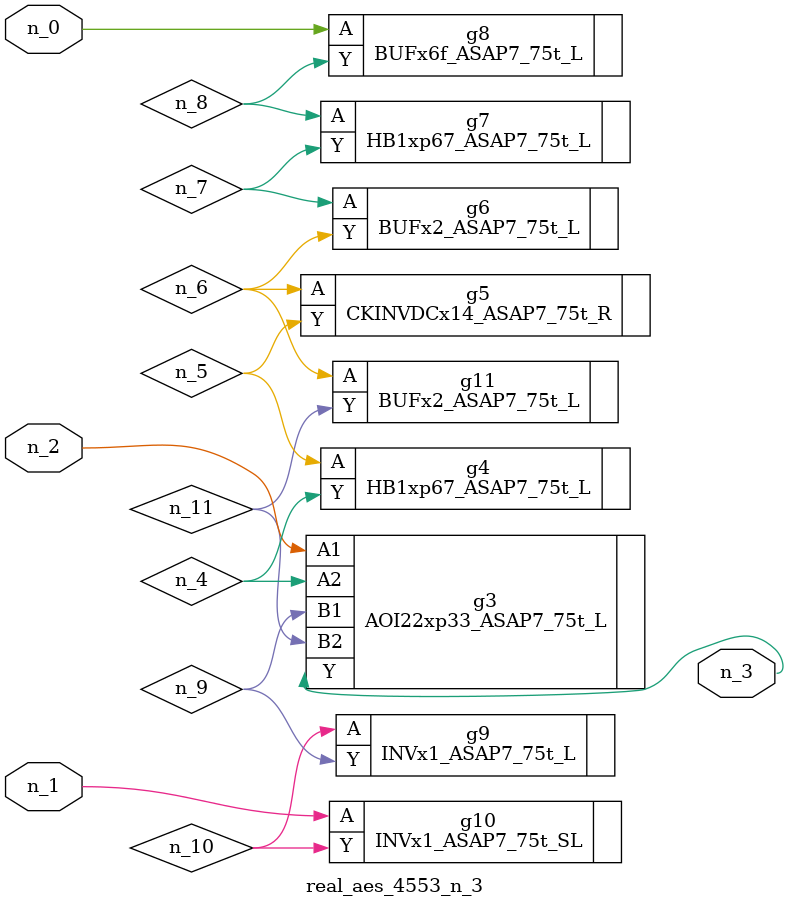
<source format=v>
module real_aes_4553_n_3 (n_0, n_2, n_1, n_3);
input n_0;
input n_2;
input n_1;
output n_3;
wire n_4;
wire n_5;
wire n_7;
wire n_9;
wire n_6;
wire n_8;
wire n_10;
wire n_11;
BUFx6f_ASAP7_75t_L g8 ( .A(n_0), .Y(n_8) );
INVx1_ASAP7_75t_SL g10 ( .A(n_1), .Y(n_10) );
AOI22xp33_ASAP7_75t_L g3 ( .A1(n_2), .A2(n_4), .B1(n_9), .B2(n_11), .Y(n_3) );
HB1xp67_ASAP7_75t_L g4 ( .A(n_5), .Y(n_4) );
CKINVDCx14_ASAP7_75t_R g5 ( .A(n_6), .Y(n_5) );
BUFx2_ASAP7_75t_L g11 ( .A(n_6), .Y(n_11) );
BUFx2_ASAP7_75t_L g6 ( .A(n_7), .Y(n_6) );
HB1xp67_ASAP7_75t_L g7 ( .A(n_8), .Y(n_7) );
INVx1_ASAP7_75t_L g9 ( .A(n_10), .Y(n_9) );
endmodule
</source>
